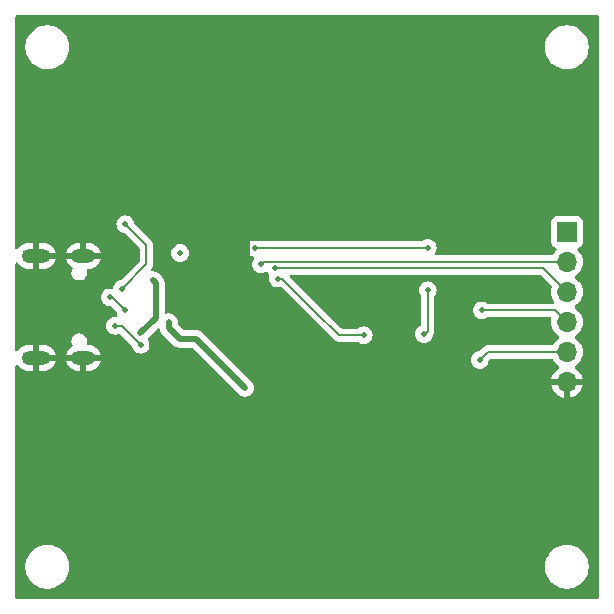
<source format=gbr>
%TF.GenerationSoftware,KiCad,Pcbnew,8.0.2*%
%TF.CreationDate,2024-06-01T19:49:29+09:00*%
%TF.ProjectId,esp8266writer,65737038-3236-4367-9772-697465722e6b,rev?*%
%TF.SameCoordinates,Original*%
%TF.FileFunction,Copper,L2,Bot*%
%TF.FilePolarity,Positive*%
%FSLAX46Y46*%
G04 Gerber Fmt 4.6, Leading zero omitted, Abs format (unit mm)*
G04 Created by KiCad (PCBNEW 8.0.2) date 2024-06-01 19:49:29*
%MOMM*%
%LPD*%
G01*
G04 APERTURE LIST*
%TA.AperFunction,ComponentPad*%
%ADD10O,2.000000X1.200000*%
%TD*%
%TA.AperFunction,ComponentPad*%
%ADD11O,2.400000X1.200000*%
%TD*%
%TA.AperFunction,ComponentPad*%
%ADD12R,1.700000X1.700000*%
%TD*%
%TA.AperFunction,ComponentPad*%
%ADD13O,1.700000X1.700000*%
%TD*%
%TA.AperFunction,ViaPad*%
%ADD14C,0.500000*%
%TD*%
%TA.AperFunction,Conductor*%
%ADD15C,0.500000*%
%TD*%
%TA.AperFunction,Conductor*%
%ADD16C,0.300000*%
%TD*%
%TA.AperFunction,Conductor*%
%ADD17C,0.127000*%
%TD*%
%TA.AperFunction,Conductor*%
%ADD18C,0.200000*%
%TD*%
G04 APERTURE END LIST*
D10*
%TO.P,J1,S1,SHIELD*%
%TO.N,GND*%
X81050000Y-70680000D03*
D11*
X77050000Y-70680000D03*
D10*
X81050000Y-79318000D03*
D11*
X77050000Y-79320000D03*
%TD*%
D12*
%TO.P,J2,1,Pin_1*%
%TO.N,+3V3*%
X122000000Y-68650000D03*
D13*
%TO.P,J2,2,Pin_2*%
%TO.N,/ESP_TX*%
X122000000Y-71190000D03*
%TO.P,J2,3,Pin_3*%
%TO.N,/ESP_RX*%
X122000000Y-73730000D03*
%TO.P,J2,4,Pin_4*%
%TO.N,/IO0*%
X122000000Y-76270000D03*
%TO.P,J2,5,Pin_5*%
%TO.N,/RESET*%
X122000000Y-78810000D03*
%TO.P,J2,6,Pin_6*%
%TO.N,GND*%
X122000000Y-81350000D03*
%TD*%
D14*
%TO.N,GND*%
X112625000Y-59685000D03*
X102465000Y-95245000D03*
X87225000Y-59685000D03*
X94845000Y-62225000D03*
X79605000Y-64765000D03*
X117705000Y-85085000D03*
X84685000Y-92705000D03*
X115165000Y-62225000D03*
X97385000Y-90165000D03*
X112625000Y-62225000D03*
X97385000Y-87625000D03*
X94845000Y-87625000D03*
X120245000Y-67305000D03*
X97385000Y-52065000D03*
X94845000Y-52065000D03*
X105005000Y-52065000D03*
X82145000Y-97785000D03*
X122785000Y-59685000D03*
X87225000Y-64765000D03*
X82145000Y-82545000D03*
X110085000Y-57145000D03*
X82145000Y-90165000D03*
X115165000Y-54605000D03*
X77065000Y-90165000D03*
X94845000Y-92705000D03*
X117705000Y-90165000D03*
X115165000Y-52065000D03*
X94845000Y-90165000D03*
X110085000Y-80005000D03*
X89765000Y-59685000D03*
X110085000Y-90165000D03*
X89765000Y-95245000D03*
X77065000Y-82545000D03*
X105005000Y-80005000D03*
X87225000Y-52065000D03*
X107545000Y-87625000D03*
X84685000Y-62225000D03*
X77065000Y-59685000D03*
X89765000Y-92705000D03*
X92305000Y-95245000D03*
X120245000Y-59685000D03*
X102465000Y-59685000D03*
X82145000Y-85085000D03*
X105005000Y-97785000D03*
X115165000Y-85085000D03*
X105005000Y-87625000D03*
X122785000Y-87625000D03*
X92305000Y-59685000D03*
X115165000Y-69845000D03*
X105005000Y-90165000D03*
X77065000Y-87625000D03*
X89765000Y-54605000D03*
X122785000Y-90165000D03*
X107545000Y-90165000D03*
X122785000Y-57145000D03*
X107545000Y-54605000D03*
X105005000Y-59685000D03*
X105005000Y-74925000D03*
X99925000Y-62225000D03*
X105005000Y-95245000D03*
X82145000Y-57145000D03*
X117705000Y-95245000D03*
X82145000Y-95245000D03*
X107545000Y-97785000D03*
X99925000Y-54605000D03*
X107545000Y-52065000D03*
X82145000Y-87625000D03*
X117705000Y-92705000D03*
X102465000Y-97785000D03*
X122785000Y-85085000D03*
X112625000Y-95245000D03*
X102465000Y-52065000D03*
X117705000Y-97785000D03*
X94845000Y-59685000D03*
X117705000Y-57145000D03*
X110085000Y-97785000D03*
X102465000Y-67305000D03*
X92305000Y-57145000D03*
X107545000Y-62225000D03*
X77065000Y-92705000D03*
X87225000Y-62225000D03*
X94845000Y-97785000D03*
X102465000Y-62225000D03*
X92305000Y-54605000D03*
X112625000Y-67305000D03*
X112625000Y-52065000D03*
X92305000Y-92705000D03*
X120245000Y-69845000D03*
X99925000Y-95245000D03*
X79605000Y-87625000D03*
X79605000Y-90165000D03*
X87225000Y-54605000D03*
X115165000Y-87625000D03*
X79605000Y-92705000D03*
X110085000Y-87625000D03*
X117705000Y-54605000D03*
X120245000Y-90165000D03*
X82145000Y-62225000D03*
X117705000Y-87625000D03*
X105005000Y-54605000D03*
X117705000Y-67305000D03*
X92305000Y-87625000D03*
X94845000Y-95245000D03*
X92305000Y-90165000D03*
X94900000Y-74600000D03*
X87225000Y-82545000D03*
X112625000Y-87625000D03*
X89700000Y-79100000D03*
X89765000Y-87625000D03*
X120245000Y-57145000D03*
X102465000Y-54605000D03*
X110085000Y-67305000D03*
X77065000Y-67305000D03*
X84685000Y-57145000D03*
X102465000Y-57145000D03*
X79605000Y-57145000D03*
X107545000Y-95245000D03*
X99925000Y-92705000D03*
X89765000Y-62225000D03*
X120245000Y-64765000D03*
X110085000Y-95245000D03*
X117705000Y-59685000D03*
X105005000Y-92705000D03*
X112625000Y-97785000D03*
X82145000Y-59685000D03*
X82145000Y-52065000D03*
X79605000Y-82545000D03*
X120245000Y-85085000D03*
X87225000Y-95245000D03*
X79605000Y-59685000D03*
X77065000Y-57145000D03*
X89765000Y-72385000D03*
X84685000Y-90165000D03*
X79605000Y-67305000D03*
X112625000Y-54605000D03*
X110085000Y-52065000D03*
X84685000Y-52065000D03*
X99925000Y-57145000D03*
X87225000Y-90165000D03*
X110085000Y-92705000D03*
X97385000Y-97785000D03*
X115165000Y-95245000D03*
X120245000Y-92705000D03*
X94700000Y-63500000D03*
X120245000Y-82545000D03*
X92305000Y-52065000D03*
X102465000Y-64765000D03*
X77065000Y-64765000D03*
X107545000Y-92705000D03*
X117705000Y-52065000D03*
X77065000Y-85085000D03*
X107545000Y-59685000D03*
X94845000Y-54605000D03*
X82145000Y-67305000D03*
X112625000Y-92705000D03*
X122785000Y-62225000D03*
X107545000Y-57145000D03*
X89765000Y-52065000D03*
X82145000Y-64765000D03*
X82145000Y-54605000D03*
X117705000Y-69845000D03*
X94845000Y-57145000D03*
X115165000Y-59685000D03*
X112625000Y-57145000D03*
X97385000Y-59685000D03*
X115165000Y-90165000D03*
X115165000Y-57145000D03*
X99925000Y-52065000D03*
X97385000Y-92705000D03*
X97385000Y-57145000D03*
X99925000Y-97785000D03*
X97385000Y-54605000D03*
X97385000Y-95245000D03*
X120245000Y-80005000D03*
X102465000Y-92705000D03*
X110085000Y-62225000D03*
X102465000Y-87625000D03*
X122785000Y-92705000D03*
X105005000Y-64765000D03*
X92305000Y-97785000D03*
X110085000Y-64765000D03*
X112625000Y-90165000D03*
X115165000Y-92705000D03*
X112625000Y-69845000D03*
X87225000Y-57145000D03*
X97385000Y-62225000D03*
X102465000Y-90165000D03*
X110085000Y-54605000D03*
X79605000Y-74925000D03*
X87225000Y-92705000D03*
X87225000Y-97785000D03*
X89765000Y-90165000D03*
X110085000Y-59685000D03*
X112625000Y-64765000D03*
X84685000Y-64765000D03*
X79605000Y-85085000D03*
X105005000Y-57145000D03*
X107545000Y-64765000D03*
X88900000Y-84500000D03*
X105005000Y-62225000D03*
X84685000Y-95245000D03*
X115165000Y-67305000D03*
X99925000Y-87625000D03*
X122785000Y-64765000D03*
X115165000Y-64765000D03*
X77065000Y-62225000D03*
X82145000Y-92705000D03*
X99925000Y-59685000D03*
X87225000Y-87625000D03*
X117705000Y-62225000D03*
X89765000Y-57145000D03*
X117705000Y-64765000D03*
X115165000Y-77465000D03*
X84685000Y-87625000D03*
X99925000Y-90165000D03*
X79605000Y-62225000D03*
X89765000Y-97785000D03*
X92305000Y-69845000D03*
X84685000Y-59685000D03*
X115165000Y-97785000D03*
X120245000Y-77465000D03*
X92305000Y-72385000D03*
X112625000Y-85085000D03*
X84685000Y-54605000D03*
X84685000Y-97785000D03*
X120245000Y-87625000D03*
X120245000Y-62225000D03*
X100750000Y-69200000D03*
X112625000Y-77465000D03*
%TO.N,+3V3*%
X88300000Y-76300000D03*
X94750000Y-81850000D03*
%TO.N,/RESET*%
X114600000Y-79500000D03*
%TO.N,+5V*%
X85850000Y-77250000D03*
X86950000Y-72750000D03*
X87200000Y-75900000D03*
X89250000Y-70450000D03*
X87200000Y-75900000D03*
%TO.N,/D-*%
X84600000Y-75300000D03*
X83300000Y-74200000D03*
%TO.N,Net-(J1-CC1)*%
X84300000Y-73500000D03*
X84600000Y-68000000D03*
%TO.N,Net-(J1-CC2)*%
X83700000Y-76600000D03*
X85900000Y-78200000D03*
%TO.N,/ESP_RX*%
X97300000Y-71700000D03*
%TO.N,/ESP_TX*%
X96100000Y-71400000D03*
%TO.N,/IO0*%
X114800000Y-75300000D03*
%TO.N,/DTR*%
X95600000Y-70000000D03*
X110200000Y-73600000D03*
X110200000Y-70000000D03*
X109900000Y-77300000D03*
%TO.N,/RTS*%
X97500000Y-72600000D03*
X104800000Y-77400000D03*
%TD*%
D15*
%TO.N,GND*%
X94900000Y-63700000D02*
X94700000Y-63500000D01*
X89700000Y-79100000D02*
X88900000Y-79900000D01*
X94900000Y-69200000D02*
X94900000Y-63700000D01*
X88900000Y-79900000D02*
X88900000Y-84500000D01*
X94900000Y-69200000D02*
X100750000Y-69200000D01*
D16*
X77050000Y-70680000D02*
X77050000Y-79320000D01*
D15*
X94900000Y-74600000D02*
X94900000Y-69200000D01*
%TO.N,+3V3*%
X90700000Y-77800000D02*
X90600000Y-77700000D01*
X88300000Y-76800000D02*
X88300000Y-76300000D01*
X90600000Y-77700000D02*
X89200000Y-77700000D01*
X89200000Y-77700000D02*
X88300000Y-76800000D01*
X94750000Y-81850000D02*
X90700000Y-77800000D01*
D17*
%TO.N,/RESET*%
X114600000Y-79500000D02*
X115290000Y-78810000D01*
X115290000Y-78810000D02*
X122000000Y-78810000D01*
D15*
%TO.N,+5V*%
X87200000Y-75900000D02*
X85850000Y-77250000D01*
X87200000Y-75900000D02*
X87200000Y-73000000D01*
X87200000Y-73000000D02*
X86950000Y-72750000D01*
D18*
%TO.N,/D-*%
X83500000Y-74200000D02*
X84600000Y-75300000D01*
X83300000Y-74200000D02*
X83500000Y-74200000D01*
D17*
%TO.N,Net-(J1-CC1)*%
X84600000Y-68000000D02*
X86400000Y-69800000D01*
X84300000Y-73500000D02*
X86400000Y-71400000D01*
X86400000Y-69800000D02*
X86400000Y-71300000D01*
X86400000Y-71400000D02*
X86400000Y-71300000D01*
%TO.N,Net-(J1-CC2)*%
X84300000Y-76600000D02*
X83700000Y-76600000D01*
X85900000Y-78200000D02*
X84300000Y-76600000D01*
%TO.N,/ESP_RX*%
X97300000Y-71700000D02*
X119970000Y-71700000D01*
X119970000Y-71700000D02*
X122000000Y-73730000D01*
%TO.N,/ESP_TX*%
X96310000Y-71190000D02*
X122000000Y-71190000D01*
X96100000Y-71400000D02*
X96310000Y-71190000D01*
%TO.N,/IO0*%
X114800000Y-75300000D02*
X121030000Y-75300000D01*
X121030000Y-75300000D02*
X122000000Y-76270000D01*
%TO.N,/DTR*%
X110200000Y-73600000D02*
X110200000Y-77000000D01*
X95600000Y-70000000D02*
X110200000Y-70000000D01*
X110200000Y-77000000D02*
X109900000Y-77300000D01*
%TO.N,/RTS*%
X104800000Y-77400000D02*
X102700000Y-77400000D01*
X100700000Y-75400000D02*
X97900000Y-72600000D01*
X102700000Y-77400000D02*
X100700000Y-75400000D01*
X97900000Y-72600000D02*
X97500000Y-72600000D01*
%TD*%
%TA.AperFunction,Conductor*%
%TO.N,GND*%
G36*
X124642539Y-50320185D02*
G01*
X124688294Y-50372989D01*
X124699500Y-50424500D01*
X124699500Y-99575500D01*
X124679815Y-99642539D01*
X124627011Y-99688294D01*
X124575500Y-99699500D01*
X75424500Y-99699500D01*
X75357461Y-99679815D01*
X75311706Y-99627011D01*
X75300500Y-99575500D01*
X75300500Y-96878456D01*
X76145500Y-96878456D01*
X76145500Y-97121543D01*
X76145501Y-97121559D01*
X76177230Y-97362569D01*
X76240149Y-97597386D01*
X76333175Y-97821972D01*
X76333182Y-97821987D01*
X76454730Y-98032516D01*
X76602722Y-98225380D01*
X76602730Y-98225389D01*
X76774611Y-98397270D01*
X76774619Y-98397277D01*
X76967483Y-98545269D01*
X77178012Y-98666817D01*
X77178027Y-98666824D01*
X77294171Y-98714932D01*
X77402612Y-98759850D01*
X77637429Y-98822769D01*
X77878450Y-98854500D01*
X77878457Y-98854500D01*
X78121543Y-98854500D01*
X78121550Y-98854500D01*
X78362571Y-98822769D01*
X78597388Y-98759850D01*
X78821984Y-98666819D01*
X79032516Y-98545269D01*
X79225380Y-98397278D01*
X79225384Y-98397273D01*
X79225389Y-98397270D01*
X79397270Y-98225389D01*
X79397273Y-98225384D01*
X79397278Y-98225380D01*
X79545269Y-98032516D01*
X79666819Y-97821984D01*
X79759850Y-97597388D01*
X79822769Y-97362571D01*
X79854500Y-97121550D01*
X79854500Y-96878456D01*
X120145500Y-96878456D01*
X120145500Y-97121543D01*
X120145501Y-97121559D01*
X120177230Y-97362569D01*
X120240149Y-97597386D01*
X120333175Y-97821972D01*
X120333182Y-97821987D01*
X120454730Y-98032516D01*
X120602722Y-98225380D01*
X120602730Y-98225389D01*
X120774611Y-98397270D01*
X120774619Y-98397277D01*
X120967483Y-98545269D01*
X121178012Y-98666817D01*
X121178027Y-98666824D01*
X121294171Y-98714932D01*
X121402612Y-98759850D01*
X121637429Y-98822769D01*
X121878450Y-98854500D01*
X121878457Y-98854500D01*
X122121543Y-98854500D01*
X122121550Y-98854500D01*
X122362571Y-98822769D01*
X122597388Y-98759850D01*
X122821984Y-98666819D01*
X123032516Y-98545269D01*
X123225380Y-98397278D01*
X123225384Y-98397273D01*
X123225389Y-98397270D01*
X123397270Y-98225389D01*
X123397273Y-98225384D01*
X123397278Y-98225380D01*
X123545269Y-98032516D01*
X123666819Y-97821984D01*
X123759850Y-97597388D01*
X123822769Y-97362571D01*
X123854500Y-97121550D01*
X123854500Y-96878450D01*
X123822769Y-96637429D01*
X123759850Y-96402612D01*
X123666819Y-96178016D01*
X123666817Y-96178012D01*
X123545269Y-95967483D01*
X123397277Y-95774619D01*
X123397270Y-95774611D01*
X123225389Y-95602730D01*
X123225380Y-95602722D01*
X123032516Y-95454730D01*
X122821987Y-95333182D01*
X122821972Y-95333175D01*
X122597386Y-95240149D01*
X122362569Y-95177230D01*
X122121559Y-95145501D01*
X122121556Y-95145500D01*
X122121550Y-95145500D01*
X121878450Y-95145500D01*
X121878444Y-95145500D01*
X121878440Y-95145501D01*
X121637430Y-95177230D01*
X121402613Y-95240149D01*
X121178027Y-95333175D01*
X121178012Y-95333182D01*
X120967483Y-95454730D01*
X120774619Y-95602722D01*
X120602722Y-95774619D01*
X120454730Y-95967483D01*
X120333182Y-96178012D01*
X120333175Y-96178027D01*
X120240149Y-96402613D01*
X120177230Y-96637430D01*
X120145501Y-96878440D01*
X120145500Y-96878456D01*
X79854500Y-96878456D01*
X79854500Y-96878450D01*
X79822769Y-96637429D01*
X79759850Y-96402612D01*
X79666819Y-96178016D01*
X79666817Y-96178012D01*
X79545269Y-95967483D01*
X79397277Y-95774619D01*
X79397270Y-95774611D01*
X79225389Y-95602730D01*
X79225380Y-95602722D01*
X79032516Y-95454730D01*
X78821987Y-95333182D01*
X78821972Y-95333175D01*
X78597386Y-95240149D01*
X78362569Y-95177230D01*
X78121559Y-95145501D01*
X78121556Y-95145500D01*
X78121550Y-95145500D01*
X77878450Y-95145500D01*
X77878444Y-95145500D01*
X77878440Y-95145501D01*
X77637430Y-95177230D01*
X77402613Y-95240149D01*
X77178027Y-95333175D01*
X77178012Y-95333182D01*
X76967483Y-95454730D01*
X76774619Y-95602722D01*
X76602722Y-95774619D01*
X76454730Y-95967483D01*
X76333182Y-96178012D01*
X76333175Y-96178027D01*
X76240149Y-96402613D01*
X76177230Y-96637430D01*
X76145501Y-96878440D01*
X76145500Y-96878456D01*
X75300500Y-96878456D01*
X75300500Y-79990913D01*
X75320185Y-79923874D01*
X75372989Y-79878119D01*
X75442147Y-79868175D01*
X75505703Y-79897200D01*
X75524819Y-79918028D01*
X75610967Y-80036602D01*
X75733397Y-80159032D01*
X75873475Y-80260804D01*
X76027742Y-80339408D01*
X76192415Y-80392914D01*
X76363429Y-80420000D01*
X76800000Y-80420000D01*
X76800000Y-79620000D01*
X77300000Y-79620000D01*
X77300000Y-80420000D01*
X77736571Y-80420000D01*
X77907584Y-80392914D01*
X78072257Y-80339408D01*
X78226524Y-80260804D01*
X78366602Y-80159032D01*
X78489032Y-80036602D01*
X78590804Y-79896524D01*
X78669408Y-79742255D01*
X78722914Y-79577584D01*
X78724115Y-79570000D01*
X77816988Y-79570000D01*
X77834205Y-79560060D01*
X77890060Y-79504205D01*
X77929556Y-79435796D01*
X77950000Y-79359496D01*
X77950000Y-79280504D01*
X77929556Y-79204204D01*
X77890060Y-79135795D01*
X77834205Y-79079940D01*
X77816988Y-79070000D01*
X78724115Y-79070000D01*
X78724115Y-79069999D01*
X78723798Y-79067999D01*
X79575884Y-79067999D01*
X79575885Y-79068000D01*
X80483012Y-79068000D01*
X80465795Y-79077940D01*
X80409940Y-79133795D01*
X80370444Y-79202204D01*
X80350000Y-79278504D01*
X80350000Y-79357496D01*
X80370444Y-79433796D01*
X80409940Y-79502205D01*
X80465795Y-79558060D01*
X80483012Y-79568000D01*
X79575885Y-79568000D01*
X79577085Y-79575584D01*
X79630591Y-79740255D01*
X79709195Y-79894524D01*
X79810967Y-80034602D01*
X79933397Y-80157032D01*
X80073475Y-80258804D01*
X80227742Y-80337408D01*
X80392415Y-80390914D01*
X80563429Y-80418000D01*
X80800000Y-80418000D01*
X80800000Y-79618000D01*
X81300000Y-79618000D01*
X81300000Y-80418000D01*
X81536571Y-80418000D01*
X81707584Y-80390914D01*
X81872257Y-80337408D01*
X82026524Y-80258804D01*
X82166602Y-80157032D01*
X82289032Y-80034602D01*
X82390804Y-79894524D01*
X82469408Y-79740255D01*
X82522914Y-79575584D01*
X82524115Y-79568000D01*
X81616988Y-79568000D01*
X81634205Y-79558060D01*
X81690060Y-79502205D01*
X81729556Y-79433796D01*
X81750000Y-79357496D01*
X81750000Y-79278504D01*
X81729556Y-79202204D01*
X81690060Y-79133795D01*
X81634205Y-79077940D01*
X81616988Y-79068000D01*
X82524115Y-79068000D01*
X82524115Y-79067999D01*
X82522914Y-79060415D01*
X82469408Y-78895744D01*
X82390804Y-78741475D01*
X82289032Y-78601397D01*
X82166602Y-78478967D01*
X82026524Y-78377195D01*
X81872257Y-78298591D01*
X81707584Y-78245085D01*
X81536571Y-78218000D01*
X81457174Y-78218000D01*
X81390135Y-78198315D01*
X81344380Y-78145511D01*
X81334436Y-78076353D01*
X81335557Y-78069809D01*
X81358499Y-77954467D01*
X81358500Y-77954464D01*
X81358500Y-77825536D01*
X81358499Y-77825532D01*
X81333350Y-77699096D01*
X81333347Y-77699087D01*
X81284013Y-77579982D01*
X81284012Y-77579980D01*
X81212383Y-77472780D01*
X81212380Y-77472776D01*
X81121223Y-77381619D01*
X81121219Y-77381616D01*
X81014019Y-77309987D01*
X81014017Y-77309986D01*
X80894912Y-77260652D01*
X80894903Y-77260649D01*
X80768467Y-77235500D01*
X80768463Y-77235500D01*
X80639537Y-77235500D01*
X80639532Y-77235500D01*
X80513096Y-77260649D01*
X80513087Y-77260652D01*
X80393982Y-77309986D01*
X80393980Y-77309987D01*
X80286780Y-77381616D01*
X80286776Y-77381619D01*
X80195619Y-77472776D01*
X80195616Y-77472780D01*
X80123987Y-77579980D01*
X80123986Y-77579982D01*
X80074652Y-77699087D01*
X80074649Y-77699096D01*
X80049500Y-77825532D01*
X80049500Y-77954467D01*
X80074649Y-78080903D01*
X80074652Y-78080912D01*
X80123986Y-78200017D01*
X80126858Y-78205389D01*
X80124912Y-78206429D01*
X80142828Y-78263650D01*
X80124342Y-78331029D01*
X80077395Y-78374272D01*
X80077627Y-78374651D01*
X80075709Y-78375826D01*
X80075147Y-78376344D01*
X80073476Y-78377195D01*
X79933397Y-78478967D01*
X79810967Y-78601397D01*
X79709195Y-78741475D01*
X79630591Y-78895744D01*
X79577085Y-79060415D01*
X79575884Y-79067999D01*
X78723798Y-79067999D01*
X78722914Y-79062415D01*
X78669408Y-78897744D01*
X78590804Y-78743475D01*
X78489032Y-78603397D01*
X78366602Y-78480967D01*
X78226524Y-78379195D01*
X78072257Y-78300591D01*
X77907584Y-78247085D01*
X77736571Y-78220000D01*
X77300000Y-78220000D01*
X77300000Y-79020000D01*
X76800000Y-79020000D01*
X76800000Y-78220000D01*
X76363429Y-78220000D01*
X76192415Y-78247085D01*
X76027742Y-78300591D01*
X75873475Y-78379195D01*
X75733397Y-78480967D01*
X75610965Y-78603399D01*
X75610961Y-78603404D01*
X75524818Y-78721971D01*
X75469488Y-78764637D01*
X75399875Y-78770616D01*
X75338080Y-78738011D01*
X75303723Y-78677172D01*
X75300500Y-78649086D01*
X75300500Y-74199997D01*
X82544751Y-74199997D01*
X82544751Y-74200002D01*
X82563685Y-74368056D01*
X82619545Y-74527694D01*
X82619547Y-74527697D01*
X82709518Y-74670884D01*
X82709523Y-74670890D01*
X82829109Y-74790476D01*
X82829115Y-74790481D01*
X82972302Y-74880452D01*
X82972305Y-74880454D01*
X82972309Y-74880455D01*
X82972310Y-74880456D01*
X83023663Y-74898425D01*
X83131943Y-74936314D01*
X83299997Y-74955249D01*
X83299998Y-74955249D01*
X83299998Y-74955248D01*
X83300000Y-74955249D01*
X83335937Y-74951199D01*
X83404758Y-74963252D01*
X83437503Y-74986738D01*
X83826004Y-75375239D01*
X83859489Y-75436562D01*
X83861543Y-75449032D01*
X83863687Y-75468058D01*
X83919544Y-75627692D01*
X83946058Y-75669887D01*
X83965059Y-75737124D01*
X83944692Y-75803959D01*
X83891424Y-75849174D01*
X83827182Y-75859080D01*
X83700004Y-75844751D01*
X83699997Y-75844751D01*
X83531943Y-75863685D01*
X83372305Y-75919545D01*
X83372302Y-75919547D01*
X83229115Y-76009518D01*
X83229109Y-76009523D01*
X83109523Y-76129109D01*
X83109518Y-76129115D01*
X83019547Y-76272302D01*
X83019545Y-76272305D01*
X82963685Y-76431943D01*
X82944751Y-76599997D01*
X82944751Y-76600002D01*
X82963685Y-76768056D01*
X83019545Y-76927694D01*
X83019547Y-76927697D01*
X83109518Y-77070884D01*
X83109523Y-77070890D01*
X83229109Y-77190476D01*
X83229115Y-77190481D01*
X83372302Y-77280452D01*
X83372305Y-77280454D01*
X83372309Y-77280455D01*
X83372310Y-77280456D01*
X83401043Y-77290510D01*
X83531943Y-77336314D01*
X83699997Y-77355249D01*
X83700000Y-77355249D01*
X83700003Y-77355249D01*
X83800835Y-77343887D01*
X83868059Y-77336313D01*
X84027690Y-77280456D01*
X84039237Y-77273199D01*
X84106473Y-77254197D01*
X84173309Y-77274562D01*
X84192893Y-77290509D01*
X84673267Y-77770884D01*
X85119449Y-78217066D01*
X85152934Y-78278389D01*
X85154988Y-78290861D01*
X85163687Y-78368058D01*
X85219544Y-78527692D01*
X85219547Y-78527697D01*
X85309518Y-78670884D01*
X85309523Y-78670890D01*
X85429109Y-78790476D01*
X85429115Y-78790481D01*
X85572302Y-78880452D01*
X85572305Y-78880454D01*
X85572309Y-78880455D01*
X85572310Y-78880456D01*
X85616001Y-78895744D01*
X85731943Y-78936314D01*
X85899997Y-78955249D01*
X85900000Y-78955249D01*
X85900003Y-78955249D01*
X86068056Y-78936314D01*
X86068059Y-78936313D01*
X86227690Y-78880456D01*
X86227692Y-78880454D01*
X86227694Y-78880454D01*
X86227697Y-78880452D01*
X86370884Y-78790481D01*
X86370885Y-78790480D01*
X86370890Y-78790477D01*
X86490477Y-78670890D01*
X86490481Y-78670884D01*
X86580452Y-78527697D01*
X86580454Y-78527694D01*
X86580454Y-78527692D01*
X86580456Y-78527690D01*
X86636313Y-78368059D01*
X86636313Y-78368058D01*
X86636314Y-78368056D01*
X86655249Y-78200002D01*
X86655249Y-78199997D01*
X86636314Y-78031943D01*
X86617694Y-77978730D01*
X86580456Y-77872310D01*
X86580454Y-77872307D01*
X86580454Y-77872306D01*
X86520622Y-77777086D01*
X86501621Y-77709850D01*
X86521988Y-77643014D01*
X86537929Y-77623437D01*
X87341984Y-76819382D01*
X87403305Y-76785899D01*
X87472997Y-76790883D01*
X87528930Y-76832755D01*
X87551280Y-76882872D01*
X87578341Y-77018908D01*
X87578343Y-77018917D01*
X87634914Y-77155491D01*
X87634916Y-77155495D01*
X87652829Y-77182304D01*
X87652828Y-77182304D01*
X87717046Y-77278414D01*
X87717052Y-77278421D01*
X88721580Y-78282948D01*
X88721584Y-78282951D01*
X88844498Y-78365080D01*
X88844511Y-78365087D01*
X88981082Y-78421656D01*
X88981087Y-78421658D01*
X88981091Y-78421658D01*
X88981092Y-78421659D01*
X89126079Y-78450500D01*
X89126082Y-78450500D01*
X89273917Y-78450500D01*
X90237770Y-78450500D01*
X90304809Y-78470185D01*
X90325451Y-78486819D01*
X94275903Y-82437272D01*
X94275925Y-82437292D01*
X94279110Y-82440477D01*
X94279112Y-82440478D01*
X94340329Y-82478943D01*
X94343238Y-82480828D01*
X94394506Y-82515084D01*
X94394638Y-82515138D01*
X94413163Y-82524708D01*
X94422310Y-82530456D01*
X94479028Y-82550301D01*
X94485464Y-82552759D01*
X94531088Y-82571658D01*
X94539866Y-82573404D01*
X94543339Y-82574095D01*
X94560104Y-82578672D01*
X94581935Y-82586311D01*
X94581941Y-82586313D01*
X94629404Y-82591660D01*
X94639693Y-82593261D01*
X94676079Y-82600500D01*
X94676083Y-82600500D01*
X94700890Y-82600500D01*
X94714774Y-82601280D01*
X94749998Y-82605249D01*
X94750000Y-82605249D01*
X94750002Y-82605249D01*
X94785226Y-82601280D01*
X94799110Y-82600500D01*
X94823921Y-82600500D01*
X94860306Y-82593261D01*
X94870595Y-82591660D01*
X94918059Y-82586313D01*
X94939911Y-82578665D01*
X94956660Y-82574094D01*
X94968913Y-82571658D01*
X95014550Y-82552753D01*
X95020974Y-82550300D01*
X95077690Y-82530456D01*
X95086839Y-82524706D01*
X95105362Y-82515138D01*
X95105494Y-82515084D01*
X95156799Y-82480802D01*
X95159617Y-82478976D01*
X95220890Y-82440477D01*
X95221335Y-82440031D01*
X95221349Y-82440021D01*
X95221348Y-82440020D01*
X95340020Y-82321348D01*
X95340021Y-82321349D01*
X95340031Y-82321335D01*
X95340477Y-82320890D01*
X95378976Y-82259617D01*
X95380802Y-82256799D01*
X95415084Y-82205494D01*
X95415138Y-82205362D01*
X95424706Y-82186839D01*
X95430456Y-82177690D01*
X95450300Y-82120974D01*
X95452753Y-82114550D01*
X95471658Y-82068913D01*
X95474094Y-82056660D01*
X95478665Y-82039911D01*
X95486313Y-82018059D01*
X95491660Y-81970595D01*
X95493261Y-81960306D01*
X95500500Y-81923921D01*
X95500500Y-81899108D01*
X95501280Y-81885223D01*
X95505249Y-81850000D01*
X95505249Y-81849997D01*
X95501280Y-81814774D01*
X95500500Y-81800890D01*
X95500500Y-81776078D01*
X95493261Y-81739693D01*
X95491660Y-81729404D01*
X95486313Y-81681941D01*
X95478672Y-81660104D01*
X95474095Y-81643339D01*
X95473404Y-81639866D01*
X95471658Y-81631088D01*
X95452759Y-81585464D01*
X95450301Y-81579028D01*
X95430456Y-81522310D01*
X95424708Y-81513163D01*
X95415138Y-81494638D01*
X95415084Y-81494506D01*
X95380828Y-81443238D01*
X95378943Y-81440329D01*
X95340476Y-81379109D01*
X95337292Y-81375925D01*
X95337272Y-81375903D01*
X91171348Y-77209980D01*
X91171347Y-77209980D01*
X91078415Y-77117047D01*
X91078414Y-77117046D01*
X91004729Y-77067812D01*
X91004729Y-77067813D01*
X90955491Y-77034913D01*
X90818917Y-76978343D01*
X90818907Y-76978340D01*
X90673920Y-76949500D01*
X90673918Y-76949500D01*
X89562229Y-76949500D01*
X89495190Y-76929815D01*
X89474548Y-76913181D01*
X89086819Y-76525451D01*
X89053334Y-76464128D01*
X89050500Y-76437770D01*
X89050500Y-76349108D01*
X89051280Y-76335223D01*
X89055249Y-76300000D01*
X89055249Y-76299997D01*
X89051280Y-76264774D01*
X89050500Y-76250890D01*
X89050500Y-76226081D01*
X89043261Y-76189692D01*
X89041659Y-76179398D01*
X89036313Y-76131941D01*
X89035322Y-76129109D01*
X89028671Y-76110101D01*
X89024094Y-76093332D01*
X89021660Y-76081095D01*
X89021658Y-76081087D01*
X89002766Y-76035477D01*
X89000285Y-76028979D01*
X88983306Y-75980456D01*
X88980456Y-75972310D01*
X88974708Y-75963162D01*
X88965143Y-75944648D01*
X88965084Y-75944505D01*
X88930834Y-75893247D01*
X88928949Y-75890338D01*
X88890476Y-75829109D01*
X88770889Y-75709522D01*
X88709677Y-75671060D01*
X88706760Y-75669169D01*
X88655495Y-75634916D01*
X88655488Y-75634912D01*
X88655340Y-75634851D01*
X88636844Y-75625295D01*
X88627694Y-75619546D01*
X88627691Y-75619544D01*
X88627690Y-75619544D01*
X88571003Y-75599708D01*
X88564532Y-75597238D01*
X88518913Y-75578342D01*
X88518911Y-75578341D01*
X88518910Y-75578341D01*
X88512799Y-75577125D01*
X88506659Y-75575904D01*
X88489902Y-75571330D01*
X88468059Y-75563687D01*
X88468060Y-75563687D01*
X88436794Y-75560163D01*
X88420614Y-75558340D01*
X88410312Y-75556739D01*
X88373918Y-75549500D01*
X88373917Y-75549500D01*
X88349110Y-75549500D01*
X88335226Y-75548720D01*
X88300002Y-75544751D01*
X88299998Y-75544751D01*
X88264774Y-75548720D01*
X88250890Y-75549500D01*
X88226082Y-75549500D01*
X88189685Y-75556739D01*
X88179382Y-75558341D01*
X88131940Y-75563687D01*
X88131932Y-75563689D01*
X88115450Y-75569456D01*
X88045671Y-75573015D01*
X87985045Y-75538284D01*
X87952820Y-75476289D01*
X87950500Y-75452413D01*
X87950500Y-72926079D01*
X87921659Y-72781092D01*
X87921658Y-72781091D01*
X87921658Y-72781087D01*
X87916262Y-72768059D01*
X87865087Y-72644511D01*
X87865080Y-72644498D01*
X87782952Y-72521585D01*
X87737048Y-72475681D01*
X87678416Y-72417049D01*
X87428416Y-72167048D01*
X87428415Y-72167047D01*
X87425304Y-72163936D01*
X87425289Y-72163922D01*
X87420888Y-72159521D01*
X87359668Y-72121054D01*
X87356751Y-72119164D01*
X87305491Y-72084913D01*
X87305342Y-72084852D01*
X87286841Y-72075293D01*
X87277691Y-72069544D01*
X87221013Y-72049712D01*
X87214514Y-72047231D01*
X87168915Y-72028343D01*
X87168907Y-72028340D01*
X87156652Y-72025902D01*
X87139902Y-72021330D01*
X87118059Y-72013687D01*
X87118057Y-72013686D01*
X87118055Y-72013686D01*
X87118053Y-72013685D01*
X87070610Y-72008340D01*
X87060303Y-72006737D01*
X87023920Y-71999500D01*
X87023917Y-71999500D01*
X86999110Y-71999500D01*
X86985226Y-71998720D01*
X86950002Y-71994751D01*
X86949998Y-71994751D01*
X86914774Y-71998720D01*
X86900890Y-71999500D01*
X86897479Y-71999500D01*
X86830440Y-71979815D01*
X86784685Y-71927011D01*
X86774741Y-71857853D01*
X86803766Y-71794297D01*
X86809798Y-71787819D01*
X86817617Y-71780000D01*
X86851313Y-71746304D01*
X86898881Y-71663914D01*
X86925565Y-71617697D01*
X86964000Y-71474253D01*
X86964000Y-71325748D01*
X86964000Y-71325747D01*
X86964000Y-71225748D01*
X86964000Y-70449997D01*
X88494751Y-70449997D01*
X88494751Y-70450002D01*
X88513685Y-70618056D01*
X88569545Y-70777694D01*
X88569547Y-70777697D01*
X88659518Y-70920884D01*
X88659523Y-70920890D01*
X88779109Y-71040476D01*
X88779115Y-71040481D01*
X88922302Y-71130452D01*
X88922305Y-71130454D01*
X88922309Y-71130455D01*
X88922310Y-71130456D01*
X88994913Y-71155860D01*
X89081943Y-71186314D01*
X89249997Y-71205249D01*
X89250000Y-71205249D01*
X89250003Y-71205249D01*
X89418056Y-71186314D01*
X89430213Y-71182060D01*
X89577690Y-71130456D01*
X89577692Y-71130454D01*
X89577694Y-71130454D01*
X89577697Y-71130452D01*
X89720884Y-71040481D01*
X89720885Y-71040480D01*
X89720890Y-71040477D01*
X89840477Y-70920890D01*
X89910454Y-70809523D01*
X89930452Y-70777697D01*
X89930454Y-70777694D01*
X89930454Y-70777692D01*
X89930456Y-70777690D01*
X89986313Y-70618059D01*
X89986313Y-70618058D01*
X89986314Y-70618056D01*
X90005249Y-70450002D01*
X90005249Y-70449997D01*
X89986314Y-70281943D01*
X89930454Y-70122305D01*
X89930452Y-70122302D01*
X89853602Y-69999997D01*
X94844751Y-69999997D01*
X94844751Y-70000002D01*
X94863685Y-70168056D01*
X94919545Y-70327694D01*
X94919547Y-70327697D01*
X95009518Y-70470884D01*
X95009523Y-70470890D01*
X95129109Y-70590476D01*
X95129115Y-70590481D01*
X95272302Y-70680452D01*
X95272305Y-70680454D01*
X95272309Y-70680455D01*
X95272310Y-70680456D01*
X95403431Y-70726337D01*
X95431944Y-70736314D01*
X95435349Y-70737091D01*
X95437329Y-70738198D01*
X95438514Y-70738613D01*
X95438441Y-70738820D01*
X95496331Y-70771194D01*
X95529194Y-70832853D01*
X95523504Y-70902491D01*
X95512761Y-70923956D01*
X95419545Y-71072307D01*
X95363685Y-71231943D01*
X95344751Y-71399997D01*
X95344751Y-71400002D01*
X95363685Y-71568056D01*
X95419545Y-71727694D01*
X95419547Y-71727697D01*
X95509518Y-71870884D01*
X95509523Y-71870890D01*
X95629109Y-71990476D01*
X95629115Y-71990481D01*
X95772302Y-72080452D01*
X95772305Y-72080454D01*
X95772309Y-72080455D01*
X95772310Y-72080456D01*
X95844913Y-72105860D01*
X95931943Y-72136314D01*
X96099997Y-72155249D01*
X96100000Y-72155249D01*
X96100003Y-72155249D01*
X96268056Y-72136314D01*
X96268059Y-72136313D01*
X96427690Y-72080456D01*
X96484015Y-72045063D01*
X96551249Y-72026064D01*
X96618084Y-72046431D01*
X96654979Y-72084085D01*
X96709521Y-72170888D01*
X96762220Y-72223587D01*
X96795705Y-72284910D01*
X96791581Y-72352222D01*
X96763686Y-72431943D01*
X96744751Y-72599996D01*
X96744751Y-72600002D01*
X96763685Y-72768056D01*
X96819545Y-72927694D01*
X96819547Y-72927697D01*
X96909518Y-73070884D01*
X96909523Y-73070890D01*
X97029109Y-73190476D01*
X97029115Y-73190481D01*
X97172302Y-73280452D01*
X97172305Y-73280454D01*
X97172309Y-73280455D01*
X97172310Y-73280456D01*
X97205533Y-73292081D01*
X97331943Y-73336314D01*
X97499997Y-73355249D01*
X97500000Y-73355249D01*
X97500003Y-73355249D01*
X97668052Y-73336314D01*
X97668052Y-73336313D01*
X97668059Y-73336313D01*
X97720926Y-73317813D01*
X97790699Y-73314251D01*
X97849558Y-73347174D01*
X102244346Y-77741962D01*
X102244356Y-77741973D01*
X102248686Y-77746303D01*
X102248687Y-77746304D01*
X102353696Y-77851313D01*
X102478499Y-77923368D01*
X102482304Y-77925565D01*
X102625747Y-77964000D01*
X102625748Y-77964000D01*
X104252520Y-77964000D01*
X104319559Y-77983685D01*
X104328469Y-77990075D01*
X104472302Y-78080452D01*
X104472305Y-78080454D01*
X104472309Y-78080455D01*
X104472310Y-78080456D01*
X104544913Y-78105860D01*
X104631943Y-78136314D01*
X104799997Y-78155249D01*
X104800000Y-78155249D01*
X104800003Y-78155249D01*
X104968056Y-78136314D01*
X104979902Y-78132169D01*
X105127690Y-78080456D01*
X105127692Y-78080454D01*
X105127694Y-78080454D01*
X105127697Y-78080452D01*
X105270884Y-77990481D01*
X105270885Y-77990480D01*
X105270890Y-77990477D01*
X105390477Y-77870890D01*
X105390481Y-77870884D01*
X105480452Y-77727697D01*
X105480454Y-77727694D01*
X105480454Y-77727692D01*
X105480456Y-77727690D01*
X105536313Y-77568059D01*
X105536313Y-77568058D01*
X105536314Y-77568056D01*
X105555249Y-77400002D01*
X105555249Y-77399997D01*
X105543982Y-77299997D01*
X109144751Y-77299997D01*
X109144751Y-77300002D01*
X109163685Y-77468056D01*
X109219545Y-77627694D01*
X109219547Y-77627697D01*
X109309518Y-77770884D01*
X109309523Y-77770890D01*
X109429109Y-77890476D01*
X109429115Y-77890481D01*
X109572302Y-77980452D01*
X109572305Y-77980454D01*
X109572309Y-77980455D01*
X109572310Y-77980456D01*
X109599800Y-77990075D01*
X109731943Y-78036314D01*
X109899997Y-78055249D01*
X109900000Y-78055249D01*
X109900003Y-78055249D01*
X110068056Y-78036314D01*
X110080548Y-78031943D01*
X110227690Y-77980456D01*
X110227692Y-77980454D01*
X110227694Y-77980454D01*
X110227697Y-77980452D01*
X110370884Y-77890481D01*
X110370885Y-77890480D01*
X110370890Y-77890477D01*
X110490477Y-77770890D01*
X110490481Y-77770884D01*
X110580452Y-77627697D01*
X110580454Y-77627694D01*
X110580454Y-77627692D01*
X110580456Y-77627690D01*
X110636313Y-77468059D01*
X110636313Y-77468057D01*
X110636314Y-77468055D01*
X110646824Y-77374772D01*
X110662655Y-77326657D01*
X110725565Y-77217696D01*
X110741927Y-77156632D01*
X110764000Y-77074253D01*
X110764000Y-76925747D01*
X110764000Y-74147480D01*
X110783685Y-74080441D01*
X110790075Y-74071530D01*
X110880452Y-73927697D01*
X110880454Y-73927694D01*
X110880454Y-73927692D01*
X110880456Y-73927690D01*
X110936313Y-73768059D01*
X110936313Y-73768058D01*
X110936314Y-73768056D01*
X110955249Y-73600002D01*
X110955249Y-73599997D01*
X110936314Y-73431943D01*
X110895132Y-73314251D01*
X110880456Y-73272310D01*
X110880455Y-73272309D01*
X110880454Y-73272305D01*
X110880452Y-73272302D01*
X110790481Y-73129115D01*
X110790476Y-73129109D01*
X110670890Y-73009523D01*
X110670884Y-73009518D01*
X110527697Y-72919547D01*
X110527694Y-72919545D01*
X110368056Y-72863685D01*
X110200003Y-72844751D01*
X110199997Y-72844751D01*
X110031943Y-72863685D01*
X109872305Y-72919545D01*
X109872302Y-72919547D01*
X109729115Y-73009518D01*
X109729109Y-73009523D01*
X109609523Y-73129109D01*
X109609518Y-73129115D01*
X109519547Y-73272302D01*
X109519545Y-73272305D01*
X109463685Y-73431943D01*
X109444751Y-73599997D01*
X109444751Y-73600002D01*
X109463685Y-73768056D01*
X109519545Y-73927694D01*
X109519547Y-73927697D01*
X109613227Y-74076786D01*
X109611970Y-74077575D01*
X109635355Y-74134849D01*
X109636000Y-74147480D01*
X109636000Y-76510992D01*
X109616315Y-76578031D01*
X109577973Y-76615985D01*
X109429111Y-76709521D01*
X109309523Y-76829109D01*
X109309518Y-76829115D01*
X109219547Y-76972302D01*
X109219545Y-76972305D01*
X109163685Y-77131943D01*
X109144751Y-77299997D01*
X105543982Y-77299997D01*
X105536314Y-77231943D01*
X105481136Y-77074253D01*
X105480456Y-77072310D01*
X105480455Y-77072309D01*
X105480454Y-77072305D01*
X105480452Y-77072302D01*
X105390481Y-76929115D01*
X105390476Y-76929109D01*
X105270890Y-76809523D01*
X105270884Y-76809518D01*
X105127697Y-76719547D01*
X105127694Y-76719545D01*
X104968056Y-76663685D01*
X104800003Y-76644751D01*
X104799997Y-76644751D01*
X104631943Y-76663685D01*
X104472305Y-76719545D01*
X104472302Y-76719547D01*
X104323214Y-76813227D01*
X104322424Y-76811970D01*
X104265151Y-76835355D01*
X104252520Y-76836000D01*
X102984978Y-76836000D01*
X102917939Y-76816315D01*
X102897297Y-76799681D01*
X98573297Y-72475681D01*
X98539812Y-72414358D01*
X98544796Y-72344666D01*
X98586668Y-72288733D01*
X98652132Y-72264316D01*
X98660978Y-72264000D01*
X119685022Y-72264000D01*
X119752061Y-72283685D01*
X119772703Y-72300319D01*
X120678141Y-73205758D01*
X120711626Y-73267081D01*
X120710235Y-73325532D01*
X120664938Y-73494586D01*
X120664936Y-73494596D01*
X120644341Y-73729999D01*
X120644341Y-73730000D01*
X120664936Y-73965403D01*
X120664938Y-73965413D01*
X120726094Y-74193655D01*
X120726096Y-74193659D01*
X120726097Y-74193663D01*
X120821029Y-74397245D01*
X120825965Y-74407830D01*
X120825967Y-74407834D01*
X120919125Y-74540877D01*
X120941452Y-74607083D01*
X120924442Y-74674850D01*
X120873494Y-74722663D01*
X120817550Y-74736000D01*
X115347480Y-74736000D01*
X115280441Y-74716315D01*
X115271530Y-74709924D01*
X115127697Y-74619547D01*
X115127694Y-74619545D01*
X114968056Y-74563685D01*
X114800003Y-74544751D01*
X114799997Y-74544751D01*
X114631943Y-74563685D01*
X114472305Y-74619545D01*
X114472302Y-74619547D01*
X114329115Y-74709518D01*
X114329109Y-74709523D01*
X114209523Y-74829109D01*
X114209518Y-74829115D01*
X114119547Y-74972302D01*
X114119545Y-74972305D01*
X114063685Y-75131943D01*
X114044751Y-75299997D01*
X114044751Y-75300002D01*
X114063685Y-75468056D01*
X114119545Y-75627694D01*
X114119547Y-75627697D01*
X114209518Y-75770884D01*
X114209523Y-75770890D01*
X114329109Y-75890476D01*
X114329115Y-75890481D01*
X114472302Y-75980452D01*
X114472305Y-75980454D01*
X114472309Y-75980455D01*
X114472310Y-75980456D01*
X114544302Y-76005647D01*
X114631943Y-76036314D01*
X114799997Y-76055249D01*
X114800000Y-76055249D01*
X114800003Y-76055249D01*
X114968056Y-76036314D01*
X114968059Y-76036313D01*
X115127690Y-75980456D01*
X115127692Y-75980454D01*
X115127694Y-75980454D01*
X115127697Y-75980452D01*
X115276786Y-75886773D01*
X115277575Y-75888029D01*
X115334849Y-75864645D01*
X115347480Y-75864000D01*
X120549047Y-75864000D01*
X120616086Y-75883685D01*
X120661841Y-75936489D01*
X120671785Y-76005647D01*
X120668822Y-76020093D01*
X120664938Y-76034586D01*
X120664936Y-76034596D01*
X120644341Y-76269999D01*
X120644341Y-76270000D01*
X120664936Y-76505403D01*
X120664938Y-76505413D01*
X120726094Y-76733655D01*
X120726096Y-76733659D01*
X120726097Y-76733663D01*
X120816574Y-76927690D01*
X120825965Y-76947830D01*
X120825967Y-76947834D01*
X120913121Y-77072302D01*
X120954882Y-77131943D01*
X120961501Y-77141395D01*
X120961506Y-77141402D01*
X121128597Y-77308493D01*
X121128603Y-77308498D01*
X121314158Y-77438425D01*
X121357783Y-77493002D01*
X121364977Y-77562500D01*
X121333454Y-77624855D01*
X121314158Y-77641575D01*
X121128597Y-77771505D01*
X120961505Y-77938597D01*
X120825965Y-78132169D01*
X120825962Y-78132175D01*
X120806271Y-78174404D01*
X120760099Y-78226844D01*
X120693889Y-78246000D01*
X115215747Y-78246000D01*
X115072301Y-78284435D01*
X115032839Y-78307220D01*
X114943696Y-78358687D01*
X114943693Y-78358689D01*
X114838685Y-78463698D01*
X114582933Y-78719449D01*
X114521610Y-78752934D01*
X114509138Y-78754988D01*
X114431941Y-78763687D01*
X114272307Y-78819544D01*
X114272302Y-78819547D01*
X114129115Y-78909518D01*
X114129109Y-78909523D01*
X114009523Y-79029109D01*
X114009518Y-79029115D01*
X113919547Y-79172302D01*
X113919545Y-79172305D01*
X113863685Y-79331943D01*
X113844751Y-79499997D01*
X113844751Y-79500002D01*
X113863685Y-79668056D01*
X113919545Y-79827694D01*
X113919547Y-79827697D01*
X114009518Y-79970884D01*
X114009523Y-79970890D01*
X114129109Y-80090476D01*
X114129115Y-80090481D01*
X114272302Y-80180452D01*
X114272305Y-80180454D01*
X114272309Y-80180455D01*
X114272310Y-80180456D01*
X114276377Y-80181879D01*
X114431943Y-80236314D01*
X114599997Y-80255249D01*
X114600000Y-80255249D01*
X114600003Y-80255249D01*
X114768056Y-80236314D01*
X114768059Y-80236313D01*
X114927690Y-80180456D01*
X114927692Y-80180454D01*
X114927694Y-80180454D01*
X114927697Y-80180452D01*
X115070884Y-80090481D01*
X115070885Y-80090480D01*
X115070890Y-80090477D01*
X115190477Y-79970890D01*
X115190481Y-79970884D01*
X115280452Y-79827697D01*
X115280454Y-79827694D01*
X115280454Y-79827692D01*
X115280456Y-79827690D01*
X115336313Y-79668059D01*
X115345011Y-79590861D01*
X115372077Y-79526448D01*
X115380540Y-79517075D01*
X115487298Y-79410318D01*
X115548621Y-79376834D01*
X115574978Y-79374000D01*
X120693888Y-79374000D01*
X120760927Y-79393685D01*
X120806270Y-79445595D01*
X120825964Y-79487829D01*
X120825965Y-79487831D01*
X120931242Y-79638182D01*
X120961505Y-79681401D01*
X121128599Y-79848495D01*
X121303388Y-79970884D01*
X121314594Y-79978730D01*
X121358219Y-80033307D01*
X121365413Y-80102805D01*
X121333890Y-80165160D01*
X121314595Y-80181880D01*
X121128922Y-80311890D01*
X121128920Y-80311891D01*
X120961891Y-80478920D01*
X120961886Y-80478926D01*
X120826400Y-80672420D01*
X120826399Y-80672422D01*
X120726570Y-80886507D01*
X120726567Y-80886513D01*
X120669364Y-81099999D01*
X120669364Y-81100000D01*
X121566988Y-81100000D01*
X121534075Y-81157007D01*
X121500000Y-81284174D01*
X121500000Y-81415826D01*
X121534075Y-81542993D01*
X121566988Y-81600000D01*
X120669364Y-81600000D01*
X120726567Y-81813486D01*
X120726570Y-81813492D01*
X120826399Y-82027578D01*
X120961894Y-82221082D01*
X121128917Y-82388105D01*
X121322421Y-82523600D01*
X121536507Y-82623429D01*
X121536516Y-82623433D01*
X121750000Y-82680634D01*
X121750000Y-81783012D01*
X121807007Y-81815925D01*
X121934174Y-81850000D01*
X122065826Y-81850000D01*
X122192993Y-81815925D01*
X122250000Y-81783012D01*
X122250000Y-82680633D01*
X122463483Y-82623433D01*
X122463492Y-82623429D01*
X122677578Y-82523600D01*
X122871082Y-82388105D01*
X123038105Y-82221082D01*
X123173600Y-82027578D01*
X123273429Y-81813492D01*
X123273432Y-81813486D01*
X123330636Y-81600000D01*
X122433012Y-81600000D01*
X122465925Y-81542993D01*
X122500000Y-81415826D01*
X122500000Y-81284174D01*
X122465925Y-81157007D01*
X122433012Y-81100000D01*
X123330636Y-81100000D01*
X123330635Y-81099999D01*
X123273432Y-80886513D01*
X123273429Y-80886507D01*
X123173600Y-80672422D01*
X123173599Y-80672420D01*
X123038113Y-80478926D01*
X123038108Y-80478920D01*
X122871078Y-80311890D01*
X122685405Y-80181879D01*
X122641780Y-80127302D01*
X122634588Y-80057804D01*
X122666110Y-79995449D01*
X122685406Y-79978730D01*
X122696603Y-79970890D01*
X122871401Y-79848495D01*
X123038495Y-79681401D01*
X123174035Y-79487830D01*
X123273903Y-79273663D01*
X123335063Y-79045408D01*
X123355659Y-78810000D01*
X123335063Y-78574592D01*
X123281943Y-78376344D01*
X123273905Y-78346344D01*
X123273904Y-78346343D01*
X123273903Y-78346337D01*
X123174035Y-78132171D01*
X123138144Y-78080912D01*
X123038494Y-77938597D01*
X122871402Y-77771506D01*
X122871396Y-77771501D01*
X122685842Y-77641575D01*
X122642217Y-77586998D01*
X122635023Y-77517500D01*
X122666546Y-77455145D01*
X122685842Y-77438425D01*
X122708026Y-77422891D01*
X122871401Y-77308495D01*
X123038495Y-77141401D01*
X123174035Y-76947830D01*
X123273903Y-76733663D01*
X123335063Y-76505408D01*
X123355659Y-76270000D01*
X123351816Y-76226081D01*
X123340202Y-76093332D01*
X123335063Y-76034592D01*
X123273903Y-75806337D01*
X123174035Y-75592171D01*
X123164352Y-75578341D01*
X123038494Y-75398597D01*
X122871402Y-75231506D01*
X122871396Y-75231501D01*
X122685842Y-75101575D01*
X122642217Y-75046998D01*
X122635023Y-74977500D01*
X122666546Y-74915145D01*
X122685842Y-74898425D01*
X122711510Y-74880452D01*
X122871401Y-74768495D01*
X123038495Y-74601401D01*
X123174035Y-74407830D01*
X123273903Y-74193663D01*
X123335063Y-73965408D01*
X123355659Y-73730000D01*
X123335063Y-73494592D01*
X123276103Y-73274548D01*
X123273905Y-73266344D01*
X123273904Y-73266343D01*
X123273903Y-73266337D01*
X123174035Y-73052171D01*
X123147668Y-73014514D01*
X123038494Y-72858597D01*
X122871402Y-72691506D01*
X122871396Y-72691501D01*
X122685842Y-72561575D01*
X122642217Y-72506998D01*
X122635023Y-72437500D01*
X122666546Y-72375145D01*
X122685842Y-72358425D01*
X122767980Y-72300911D01*
X122871401Y-72228495D01*
X123038495Y-72061401D01*
X123174035Y-71867830D01*
X123273903Y-71653663D01*
X123335063Y-71425408D01*
X123355659Y-71190000D01*
X123355336Y-71186313D01*
X123335063Y-70954596D01*
X123335063Y-70954592D01*
X123277081Y-70738198D01*
X123273905Y-70726344D01*
X123273904Y-70726343D01*
X123273903Y-70726337D01*
X123174035Y-70512171D01*
X123162568Y-70495795D01*
X123038496Y-70318600D01*
X122977640Y-70257744D01*
X122916567Y-70196671D01*
X122883084Y-70135351D01*
X122888068Y-70065659D01*
X122929939Y-70009725D01*
X122960915Y-69992810D01*
X123092331Y-69943796D01*
X123207546Y-69857546D01*
X123293796Y-69742331D01*
X123344091Y-69607483D01*
X123350500Y-69547873D01*
X123350499Y-67752128D01*
X123344091Y-67692517D01*
X123336554Y-67672310D01*
X123293797Y-67557671D01*
X123293793Y-67557664D01*
X123207547Y-67442455D01*
X123207544Y-67442452D01*
X123092335Y-67356206D01*
X123092328Y-67356202D01*
X122957482Y-67305908D01*
X122957483Y-67305908D01*
X122897883Y-67299501D01*
X122897881Y-67299500D01*
X122897873Y-67299500D01*
X122897864Y-67299500D01*
X121102129Y-67299500D01*
X121102123Y-67299501D01*
X121042516Y-67305908D01*
X120907671Y-67356202D01*
X120907664Y-67356206D01*
X120792455Y-67442452D01*
X120792452Y-67442455D01*
X120706206Y-67557664D01*
X120706202Y-67557671D01*
X120655908Y-67692517D01*
X120649501Y-67752116D01*
X120649501Y-67752123D01*
X120649500Y-67752135D01*
X120649500Y-69547870D01*
X120649501Y-69547876D01*
X120655908Y-69607483D01*
X120706202Y-69742328D01*
X120706206Y-69742335D01*
X120792452Y-69857544D01*
X120792455Y-69857547D01*
X120907664Y-69943793D01*
X120907671Y-69943797D01*
X121039081Y-69992810D01*
X121095015Y-70034681D01*
X121119432Y-70100145D01*
X121104580Y-70168418D01*
X121083430Y-70196673D01*
X120961503Y-70318600D01*
X120825965Y-70512169D01*
X120825962Y-70512175D01*
X120806271Y-70554404D01*
X120760099Y-70606844D01*
X120693889Y-70626000D01*
X110917376Y-70626000D01*
X110850337Y-70606315D01*
X110804582Y-70553511D01*
X110794638Y-70484353D01*
X110812383Y-70436027D01*
X110847587Y-70380000D01*
X110880456Y-70327690D01*
X110936313Y-70168059D01*
X110936313Y-70168058D01*
X110936314Y-70168056D01*
X110955249Y-70000002D01*
X110955249Y-69999997D01*
X110936314Y-69831943D01*
X110880454Y-69672305D01*
X110880452Y-69672302D01*
X110790481Y-69529115D01*
X110790474Y-69529107D01*
X110670890Y-69409523D01*
X110670884Y-69409518D01*
X110527697Y-69319547D01*
X110527694Y-69319545D01*
X110368056Y-69263685D01*
X110200003Y-69244751D01*
X110199997Y-69244751D01*
X110031943Y-69263685D01*
X109872305Y-69319545D01*
X109872302Y-69319547D01*
X109723214Y-69413227D01*
X109722424Y-69411970D01*
X109665151Y-69435355D01*
X109652520Y-69436000D01*
X96147480Y-69436000D01*
X96080441Y-69416315D01*
X96071530Y-69409924D01*
X95927697Y-69319547D01*
X95927694Y-69319545D01*
X95768056Y-69263685D01*
X95600003Y-69244751D01*
X95599997Y-69244751D01*
X95431943Y-69263685D01*
X95272305Y-69319545D01*
X95272302Y-69319547D01*
X95129115Y-69409518D01*
X95129109Y-69409523D01*
X95009526Y-69529107D01*
X95009518Y-69529115D01*
X94919547Y-69672302D01*
X94919545Y-69672305D01*
X94863685Y-69831943D01*
X94844751Y-69999997D01*
X89853602Y-69999997D01*
X89840481Y-69979115D01*
X89840476Y-69979109D01*
X89720890Y-69859523D01*
X89720884Y-69859518D01*
X89577697Y-69769547D01*
X89577694Y-69769545D01*
X89418056Y-69713685D01*
X89250003Y-69694751D01*
X89249997Y-69694751D01*
X89081943Y-69713685D01*
X88922305Y-69769545D01*
X88922302Y-69769547D01*
X88779115Y-69859518D01*
X88779109Y-69859523D01*
X88659523Y-69979109D01*
X88659518Y-69979115D01*
X88569547Y-70122302D01*
X88569545Y-70122305D01*
X88513685Y-70281943D01*
X88494751Y-70449997D01*
X86964000Y-70449997D01*
X86964000Y-69725748D01*
X86964000Y-69725746D01*
X86960770Y-69713690D01*
X86960770Y-69713691D01*
X86960769Y-69713687D01*
X86925565Y-69582303D01*
X86925563Y-69582299D01*
X86894853Y-69529109D01*
X86894852Y-69529107D01*
X86851317Y-69453702D01*
X86851314Y-69453698D01*
X86851313Y-69453696D01*
X86746304Y-69348687D01*
X86746303Y-69348686D01*
X86741973Y-69344356D01*
X86741962Y-69344346D01*
X85380550Y-67982934D01*
X85347065Y-67921611D01*
X85345011Y-67909136D01*
X85336314Y-67831944D01*
X85308385Y-67752127D01*
X85280456Y-67672310D01*
X85280455Y-67672309D01*
X85280454Y-67672305D01*
X85280452Y-67672302D01*
X85190481Y-67529115D01*
X85190476Y-67529109D01*
X85070890Y-67409523D01*
X85070884Y-67409518D01*
X84927697Y-67319547D01*
X84927694Y-67319545D01*
X84768056Y-67263685D01*
X84600003Y-67244751D01*
X84599997Y-67244751D01*
X84431943Y-67263685D01*
X84272305Y-67319545D01*
X84272302Y-67319547D01*
X84129115Y-67409518D01*
X84129109Y-67409523D01*
X84009523Y-67529109D01*
X84009518Y-67529115D01*
X83919547Y-67672302D01*
X83919545Y-67672305D01*
X83863685Y-67831943D01*
X83844751Y-67999997D01*
X83844751Y-68000002D01*
X83863685Y-68168056D01*
X83919545Y-68327694D01*
X83919547Y-68327697D01*
X84009518Y-68470884D01*
X84009523Y-68470890D01*
X84129109Y-68590476D01*
X84129115Y-68590481D01*
X84272302Y-68680452D01*
X84272305Y-68680454D01*
X84272309Y-68680455D01*
X84272310Y-68680456D01*
X84431941Y-68736313D01*
X84431944Y-68736314D01*
X84509136Y-68745011D01*
X84573550Y-68772077D01*
X84582934Y-68780550D01*
X85799681Y-69997297D01*
X85833166Y-70058620D01*
X85836000Y-70084978D01*
X85836000Y-71115021D01*
X85816315Y-71182060D01*
X85799681Y-71202702D01*
X84282933Y-72719449D01*
X84221610Y-72752934D01*
X84209138Y-72754988D01*
X84131941Y-72763687D01*
X83972307Y-72819544D01*
X83972302Y-72819547D01*
X83829115Y-72909518D01*
X83829109Y-72909523D01*
X83709523Y-73029109D01*
X83709518Y-73029115D01*
X83619547Y-73172302D01*
X83619544Y-73172307D01*
X83563686Y-73331945D01*
X83561712Y-73349459D01*
X83534642Y-73413872D01*
X83477046Y-73453424D01*
X83424609Y-73458790D01*
X83300004Y-73444751D01*
X83299997Y-73444751D01*
X83131943Y-73463685D01*
X82972305Y-73519545D01*
X82972302Y-73519547D01*
X82829115Y-73609518D01*
X82829109Y-73609523D01*
X82709523Y-73729109D01*
X82709518Y-73729115D01*
X82619547Y-73872302D01*
X82619545Y-73872305D01*
X82563685Y-74031943D01*
X82544751Y-74199997D01*
X75300500Y-74199997D01*
X75300500Y-71350913D01*
X75320185Y-71283874D01*
X75372989Y-71238119D01*
X75442147Y-71228175D01*
X75505703Y-71257200D01*
X75524819Y-71278028D01*
X75610967Y-71396602D01*
X75733397Y-71519032D01*
X75873475Y-71620804D01*
X76027742Y-71699408D01*
X76192415Y-71752914D01*
X76363429Y-71780000D01*
X76800000Y-71780000D01*
X76800000Y-70980000D01*
X77300000Y-70980000D01*
X77300000Y-71780000D01*
X77736571Y-71780000D01*
X77907584Y-71752914D01*
X78072257Y-71699408D01*
X78226524Y-71620804D01*
X78366602Y-71519032D01*
X78489032Y-71396602D01*
X78590804Y-71256524D01*
X78669408Y-71102255D01*
X78722914Y-70937584D01*
X78724115Y-70930000D01*
X77816988Y-70930000D01*
X77834205Y-70920060D01*
X77890060Y-70864205D01*
X77929556Y-70795796D01*
X77950000Y-70719496D01*
X77950000Y-70640504D01*
X77929556Y-70564204D01*
X77890060Y-70495795D01*
X77834205Y-70439940D01*
X77816988Y-70430000D01*
X78724115Y-70430000D01*
X78724115Y-70429999D01*
X79575884Y-70429999D01*
X79575885Y-70430000D01*
X80483012Y-70430000D01*
X80465795Y-70439940D01*
X80409940Y-70495795D01*
X80370444Y-70564204D01*
X80350000Y-70640504D01*
X80350000Y-70719496D01*
X80370444Y-70795796D01*
X80409940Y-70864205D01*
X80465795Y-70920060D01*
X80483012Y-70930000D01*
X79575885Y-70930000D01*
X79577085Y-70937584D01*
X79630591Y-71102255D01*
X79709195Y-71256524D01*
X79810967Y-71396602D01*
X79933397Y-71519032D01*
X80073478Y-71620805D01*
X80076137Y-71622160D01*
X80076967Y-71622944D01*
X80077628Y-71623349D01*
X80077542Y-71623487D01*
X80126934Y-71670133D01*
X80143731Y-71737953D01*
X80125459Y-71793863D01*
X80126858Y-71794611D01*
X80123986Y-71799982D01*
X80074652Y-71919087D01*
X80074649Y-71919096D01*
X80049500Y-72045532D01*
X80049500Y-72174467D01*
X80074649Y-72300903D01*
X80074652Y-72300912D01*
X80123986Y-72420017D01*
X80123987Y-72420019D01*
X80195616Y-72527219D01*
X80195619Y-72527223D01*
X80286776Y-72618380D01*
X80286780Y-72618383D01*
X80393978Y-72690011D01*
X80393979Y-72690011D01*
X80393980Y-72690012D01*
X80393982Y-72690013D01*
X80465048Y-72719449D01*
X80513089Y-72739348D01*
X80513091Y-72739348D01*
X80513096Y-72739350D01*
X80639532Y-72764499D01*
X80639536Y-72764500D01*
X80639537Y-72764500D01*
X80768464Y-72764500D01*
X80768465Y-72764499D01*
X80816283Y-72754988D01*
X80894903Y-72739350D01*
X80894906Y-72739348D01*
X80894911Y-72739348D01*
X81014022Y-72690011D01*
X81121220Y-72618383D01*
X81212383Y-72527220D01*
X81284011Y-72420022D01*
X81333348Y-72300911D01*
X81335771Y-72288733D01*
X81358499Y-72174467D01*
X81358500Y-72174464D01*
X81358500Y-72045536D01*
X81358499Y-72045532D01*
X81335159Y-71928191D01*
X81341386Y-71858600D01*
X81384249Y-71803422D01*
X81450139Y-71780178D01*
X81456776Y-71780000D01*
X81536571Y-71780000D01*
X81707584Y-71752914D01*
X81872257Y-71699408D01*
X82026524Y-71620804D01*
X82166602Y-71519032D01*
X82289032Y-71396602D01*
X82390804Y-71256524D01*
X82469408Y-71102255D01*
X82522914Y-70937584D01*
X82524115Y-70930000D01*
X81616988Y-70930000D01*
X81634205Y-70920060D01*
X81690060Y-70864205D01*
X81729556Y-70795796D01*
X81750000Y-70719496D01*
X81750000Y-70640504D01*
X81729556Y-70564204D01*
X81690060Y-70495795D01*
X81634205Y-70439940D01*
X81616988Y-70430000D01*
X82524115Y-70430000D01*
X82524115Y-70429999D01*
X82522914Y-70422415D01*
X82469408Y-70257744D01*
X82390804Y-70103475D01*
X82289032Y-69963397D01*
X82166602Y-69840967D01*
X82026524Y-69739195D01*
X81872257Y-69660591D01*
X81707584Y-69607085D01*
X81536571Y-69580000D01*
X81300000Y-69580000D01*
X81300000Y-70380000D01*
X80800000Y-70380000D01*
X80800000Y-69580000D01*
X80563429Y-69580000D01*
X80392415Y-69607085D01*
X80227742Y-69660591D01*
X80073475Y-69739195D01*
X79933397Y-69840967D01*
X79810967Y-69963397D01*
X79709195Y-70103475D01*
X79630591Y-70257744D01*
X79577085Y-70422415D01*
X79575884Y-70429999D01*
X78724115Y-70429999D01*
X78722914Y-70422415D01*
X78669408Y-70257744D01*
X78590804Y-70103475D01*
X78489032Y-69963397D01*
X78366602Y-69840967D01*
X78226524Y-69739195D01*
X78072257Y-69660591D01*
X77907584Y-69607085D01*
X77736571Y-69580000D01*
X77300000Y-69580000D01*
X77300000Y-70380000D01*
X76800000Y-70380000D01*
X76800000Y-69580000D01*
X76363429Y-69580000D01*
X76192415Y-69607085D01*
X76027742Y-69660591D01*
X75873475Y-69739195D01*
X75733397Y-69840967D01*
X75610965Y-69963399D01*
X75610961Y-69963404D01*
X75524818Y-70081971D01*
X75469488Y-70124637D01*
X75399875Y-70130616D01*
X75338080Y-70098011D01*
X75303723Y-70037172D01*
X75300500Y-70009086D01*
X75300500Y-52878456D01*
X76145500Y-52878456D01*
X76145500Y-53121543D01*
X76145501Y-53121559D01*
X76177230Y-53362569D01*
X76240149Y-53597386D01*
X76333175Y-53821972D01*
X76333182Y-53821987D01*
X76454730Y-54032516D01*
X76602722Y-54225380D01*
X76602730Y-54225389D01*
X76774611Y-54397270D01*
X76774619Y-54397277D01*
X76967483Y-54545269D01*
X77178012Y-54666817D01*
X77178027Y-54666824D01*
X77294171Y-54714932D01*
X77402612Y-54759850D01*
X77637429Y-54822769D01*
X77878450Y-54854500D01*
X77878457Y-54854500D01*
X78121543Y-54854500D01*
X78121550Y-54854500D01*
X78362571Y-54822769D01*
X78597388Y-54759850D01*
X78821984Y-54666819D01*
X79032516Y-54545269D01*
X79225380Y-54397278D01*
X79225384Y-54397273D01*
X79225389Y-54397270D01*
X79397270Y-54225389D01*
X79397273Y-54225384D01*
X79397278Y-54225380D01*
X79545269Y-54032516D01*
X79666819Y-53821984D01*
X79759850Y-53597388D01*
X79822769Y-53362571D01*
X79854500Y-53121550D01*
X79854500Y-52878456D01*
X120145500Y-52878456D01*
X120145500Y-53121543D01*
X120145501Y-53121559D01*
X120177230Y-53362569D01*
X120240149Y-53597386D01*
X120333175Y-53821972D01*
X120333182Y-53821987D01*
X120454730Y-54032516D01*
X120602722Y-54225380D01*
X120602730Y-54225389D01*
X120774611Y-54397270D01*
X120774619Y-54397277D01*
X120967483Y-54545269D01*
X121178012Y-54666817D01*
X121178027Y-54666824D01*
X121294171Y-54714932D01*
X121402612Y-54759850D01*
X121637429Y-54822769D01*
X121878450Y-54854500D01*
X121878457Y-54854500D01*
X122121543Y-54854500D01*
X122121550Y-54854500D01*
X122362571Y-54822769D01*
X122597388Y-54759850D01*
X122821984Y-54666819D01*
X123032516Y-54545269D01*
X123225380Y-54397278D01*
X123225384Y-54397273D01*
X123225389Y-54397270D01*
X123397270Y-54225389D01*
X123397273Y-54225384D01*
X123397278Y-54225380D01*
X123545269Y-54032516D01*
X123666819Y-53821984D01*
X123759850Y-53597388D01*
X123822769Y-53362571D01*
X123854500Y-53121550D01*
X123854500Y-52878450D01*
X123822769Y-52637429D01*
X123759850Y-52402612D01*
X123666819Y-52178016D01*
X123666817Y-52178012D01*
X123545269Y-51967483D01*
X123397277Y-51774619D01*
X123397270Y-51774611D01*
X123225389Y-51602730D01*
X123225380Y-51602722D01*
X123032516Y-51454730D01*
X122821987Y-51333182D01*
X122821972Y-51333175D01*
X122597386Y-51240149D01*
X122362569Y-51177230D01*
X122121559Y-51145501D01*
X122121556Y-51145500D01*
X122121550Y-51145500D01*
X121878450Y-51145500D01*
X121878444Y-51145500D01*
X121878440Y-51145501D01*
X121637430Y-51177230D01*
X121402613Y-51240149D01*
X121178027Y-51333175D01*
X121178012Y-51333182D01*
X120967483Y-51454730D01*
X120774619Y-51602722D01*
X120602722Y-51774619D01*
X120454730Y-51967483D01*
X120333182Y-52178012D01*
X120333175Y-52178027D01*
X120240149Y-52402613D01*
X120177230Y-52637430D01*
X120145501Y-52878440D01*
X120145500Y-52878456D01*
X79854500Y-52878456D01*
X79854500Y-52878450D01*
X79822769Y-52637429D01*
X79759850Y-52402612D01*
X79666819Y-52178016D01*
X79666817Y-52178012D01*
X79545269Y-51967483D01*
X79397277Y-51774619D01*
X79397270Y-51774611D01*
X79225389Y-51602730D01*
X79225380Y-51602722D01*
X79032516Y-51454730D01*
X78821987Y-51333182D01*
X78821972Y-51333175D01*
X78597386Y-51240149D01*
X78362569Y-51177230D01*
X78121559Y-51145501D01*
X78121556Y-51145500D01*
X78121550Y-51145500D01*
X77878450Y-51145500D01*
X77878444Y-51145500D01*
X77878440Y-51145501D01*
X77637430Y-51177230D01*
X77402613Y-51240149D01*
X77178027Y-51333175D01*
X77178012Y-51333182D01*
X76967483Y-51454730D01*
X76774619Y-51602722D01*
X76602722Y-51774619D01*
X76454730Y-51967483D01*
X76333182Y-52178012D01*
X76333175Y-52178027D01*
X76240149Y-52402613D01*
X76177230Y-52637430D01*
X76145501Y-52878440D01*
X76145500Y-52878456D01*
X75300500Y-52878456D01*
X75300500Y-50424500D01*
X75320185Y-50357461D01*
X75372989Y-50311706D01*
X75424500Y-50300500D01*
X124575500Y-50300500D01*
X124642539Y-50320185D01*
G37*
%TD.AperFunction*%
%TD*%
M02*

</source>
